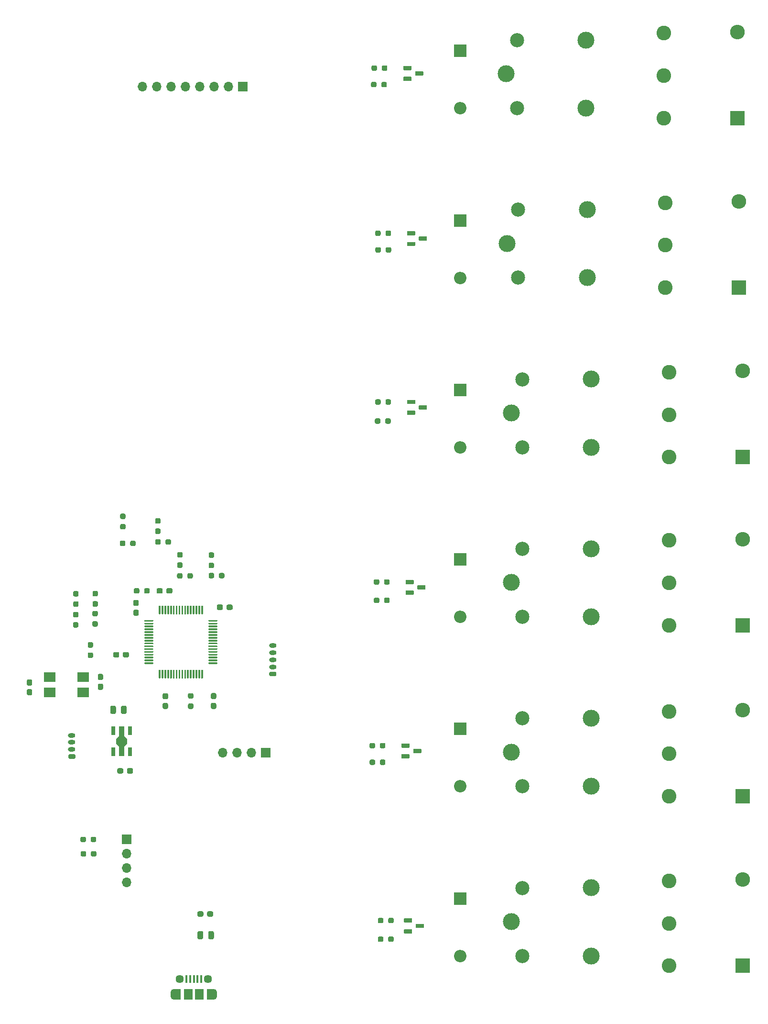
<source format=gbr>
%TF.GenerationSoftware,KiCad,Pcbnew,(5.1.10)-1*%
%TF.CreationDate,2021-08-19T16:33:58+09:00*%
%TF.ProjectId,ZeroGravity,5a65726f-4772-4617-9669-74792e6b6963,rev?*%
%TF.SameCoordinates,Original*%
%TF.FileFunction,Soldermask,Top*%
%TF.FilePolarity,Negative*%
%FSLAX46Y46*%
G04 Gerber Fmt 4.6, Leading zero omitted, Abs format (unit mm)*
G04 Created by KiCad (PCBNEW (5.1.10)-1) date 2021-08-19 16:33:58*
%MOMM*%
%LPD*%
G01*
G04 APERTURE LIST*
%ADD10O,1.700000X1.700000*%
%ADD11R,1.700000X1.700000*%
%ADD12C,2.500000*%
%ADD13C,3.000000*%
%ADD14C,2.600000*%
%ADD15O,2.600000X2.600000*%
%ADD16R,2.600000X2.600000*%
%ADD17R,2.200000X2.200000*%
%ADD18O,2.200000X2.200000*%
%ADD19R,2.100000X1.700000*%
%ADD20C,0.100000*%
%ADD21R,0.700000X1.500000*%
%ADD22R,1.200000X1.900000*%
%ADD23O,1.200000X1.900000*%
%ADD24R,1.500000X1.900000*%
%ADD25C,1.450000*%
%ADD26R,0.400000X1.350000*%
%ADD27O,1.300000X0.800000*%
G04 APERTURE END LIST*
%TO.C,R29*%
G36*
G01*
X47550000Y-153937500D02*
X47550000Y-153462500D01*
G75*
G02*
X47787500Y-153225000I237500J0D01*
G01*
X48287500Y-153225000D01*
G75*
G02*
X48525000Y-153462500I0J-237500D01*
G01*
X48525000Y-153937500D01*
G75*
G02*
X48287500Y-154175000I-237500J0D01*
G01*
X47787500Y-154175000D01*
G75*
G02*
X47550000Y-153937500I0J237500D01*
G01*
G37*
G36*
G01*
X45725000Y-153937500D02*
X45725000Y-153462500D01*
G75*
G02*
X45962500Y-153225000I237500J0D01*
G01*
X46462500Y-153225000D01*
G75*
G02*
X46700000Y-153462500I0J-237500D01*
G01*
X46700000Y-153937500D01*
G75*
G02*
X46462500Y-154175000I-237500J0D01*
G01*
X45962500Y-154175000D01*
G75*
G02*
X45725000Y-153937500I0J237500D01*
G01*
G37*
%TD*%
%TO.C,R28*%
G36*
G01*
X47500000Y-151387500D02*
X47500000Y-150912500D01*
G75*
G02*
X47737500Y-150675000I237500J0D01*
G01*
X48237500Y-150675000D01*
G75*
G02*
X48475000Y-150912500I0J-237500D01*
G01*
X48475000Y-151387500D01*
G75*
G02*
X48237500Y-151625000I-237500J0D01*
G01*
X47737500Y-151625000D01*
G75*
G02*
X47500000Y-151387500I0J237500D01*
G01*
G37*
G36*
G01*
X45675000Y-151387500D02*
X45675000Y-150912500D01*
G75*
G02*
X45912500Y-150675000I237500J0D01*
G01*
X46412500Y-150675000D01*
G75*
G02*
X46650000Y-150912500I0J-237500D01*
G01*
X46650000Y-151387500D01*
G75*
G02*
X46412500Y-151625000I-237500J0D01*
G01*
X45912500Y-151625000D01*
G75*
G02*
X45675000Y-151387500I0J237500D01*
G01*
G37*
%TD*%
D10*
%TO.C,J2*%
X53900000Y-158770000D03*
X53900000Y-156230000D03*
X53900000Y-153690000D03*
D11*
X53900000Y-151150000D03*
%TD*%
%TO.C,R27*%
G36*
G01*
X98987500Y-17837500D02*
X98987500Y-17362500D01*
G75*
G02*
X99225000Y-17125000I237500J0D01*
G01*
X99725000Y-17125000D01*
G75*
G02*
X99962500Y-17362500I0J-237500D01*
G01*
X99962500Y-17837500D01*
G75*
G02*
X99725000Y-18075000I-237500J0D01*
G01*
X99225000Y-18075000D01*
G75*
G02*
X98987500Y-17837500I0J237500D01*
G01*
G37*
G36*
G01*
X97162500Y-17837500D02*
X97162500Y-17362500D01*
G75*
G02*
X97400000Y-17125000I237500J0D01*
G01*
X97900000Y-17125000D01*
G75*
G02*
X98137500Y-17362500I0J-237500D01*
G01*
X98137500Y-17837500D01*
G75*
G02*
X97900000Y-18075000I-237500J0D01*
G01*
X97400000Y-18075000D01*
G75*
G02*
X97162500Y-17837500I0J237500D01*
G01*
G37*
%TD*%
%TO.C,R26*%
G36*
G01*
X99762500Y-47087500D02*
X99762500Y-46612500D01*
G75*
G02*
X100000000Y-46375000I237500J0D01*
G01*
X100500000Y-46375000D01*
G75*
G02*
X100737500Y-46612500I0J-237500D01*
G01*
X100737500Y-47087500D01*
G75*
G02*
X100500000Y-47325000I-237500J0D01*
G01*
X100000000Y-47325000D01*
G75*
G02*
X99762500Y-47087500I0J237500D01*
G01*
G37*
G36*
G01*
X97937500Y-47087500D02*
X97937500Y-46612500D01*
G75*
G02*
X98175000Y-46375000I237500J0D01*
G01*
X98675000Y-46375000D01*
G75*
G02*
X98912500Y-46612500I0J-237500D01*
G01*
X98912500Y-47087500D01*
G75*
G02*
X98675000Y-47325000I-237500J0D01*
G01*
X98175000Y-47325000D01*
G75*
G02*
X97937500Y-47087500I0J237500D01*
G01*
G37*
%TD*%
%TO.C,R25*%
G36*
G01*
X99500000Y-109087500D02*
X99500000Y-108612500D01*
G75*
G02*
X99737500Y-108375000I237500J0D01*
G01*
X100237500Y-108375000D01*
G75*
G02*
X100475000Y-108612500I0J-237500D01*
G01*
X100475000Y-109087500D01*
G75*
G02*
X100237500Y-109325000I-237500J0D01*
G01*
X99737500Y-109325000D01*
G75*
G02*
X99500000Y-109087500I0J237500D01*
G01*
G37*
G36*
G01*
X97675000Y-109087500D02*
X97675000Y-108612500D01*
G75*
G02*
X97912500Y-108375000I237500J0D01*
G01*
X98412500Y-108375000D01*
G75*
G02*
X98650000Y-108612500I0J-237500D01*
G01*
X98650000Y-109087500D01*
G75*
G02*
X98412500Y-109325000I-237500J0D01*
G01*
X97912500Y-109325000D01*
G75*
G02*
X97675000Y-109087500I0J237500D01*
G01*
G37*
%TD*%
%TO.C,R24*%
G36*
G01*
X99675000Y-77362500D02*
X99675000Y-76887500D01*
G75*
G02*
X99912500Y-76650000I237500J0D01*
G01*
X100412500Y-76650000D01*
G75*
G02*
X100650000Y-76887500I0J-237500D01*
G01*
X100650000Y-77362500D01*
G75*
G02*
X100412500Y-77600000I-237500J0D01*
G01*
X99912500Y-77600000D01*
G75*
G02*
X99675000Y-77362500I0J237500D01*
G01*
G37*
G36*
G01*
X97850000Y-77362500D02*
X97850000Y-76887500D01*
G75*
G02*
X98087500Y-76650000I237500J0D01*
G01*
X98587500Y-76650000D01*
G75*
G02*
X98825000Y-76887500I0J-237500D01*
G01*
X98825000Y-77362500D01*
G75*
G02*
X98587500Y-77600000I-237500J0D01*
G01*
X98087500Y-77600000D01*
G75*
G02*
X97850000Y-77362500I0J237500D01*
G01*
G37*
%TD*%
%TO.C,R23*%
G36*
G01*
X100206562Y-169051356D02*
X100206562Y-168576356D01*
G75*
G02*
X100444062Y-168338856I237500J0D01*
G01*
X100944062Y-168338856D01*
G75*
G02*
X101181562Y-168576356I0J-237500D01*
G01*
X101181562Y-169051356D01*
G75*
G02*
X100944062Y-169288856I-237500J0D01*
G01*
X100444062Y-169288856D01*
G75*
G02*
X100206562Y-169051356I0J237500D01*
G01*
G37*
G36*
G01*
X98381562Y-169051356D02*
X98381562Y-168576356D01*
G75*
G02*
X98619062Y-168338856I237500J0D01*
G01*
X99119062Y-168338856D01*
G75*
G02*
X99356562Y-168576356I0J-237500D01*
G01*
X99356562Y-169051356D01*
G75*
G02*
X99119062Y-169288856I-237500J0D01*
G01*
X98619062Y-169288856D01*
G75*
G02*
X98381562Y-169051356I0J237500D01*
G01*
G37*
%TD*%
%TO.C,R22*%
G36*
G01*
X98737500Y-137737500D02*
X98737500Y-137262500D01*
G75*
G02*
X98975000Y-137025000I237500J0D01*
G01*
X99475000Y-137025000D01*
G75*
G02*
X99712500Y-137262500I0J-237500D01*
G01*
X99712500Y-137737500D01*
G75*
G02*
X99475000Y-137975000I-237500J0D01*
G01*
X98975000Y-137975000D01*
G75*
G02*
X98737500Y-137737500I0J237500D01*
G01*
G37*
G36*
G01*
X96912500Y-137737500D02*
X96912500Y-137262500D01*
G75*
G02*
X97150000Y-137025000I237500J0D01*
G01*
X97650000Y-137025000D01*
G75*
G02*
X97887500Y-137262500I0J-237500D01*
G01*
X97887500Y-137737500D01*
G75*
G02*
X97650000Y-137975000I-237500J0D01*
G01*
X97150000Y-137975000D01*
G75*
G02*
X96912500Y-137737500I0J237500D01*
G01*
G37*
%TD*%
D12*
%TO.C,K3*%
X123950000Y-111750000D03*
D13*
X136150000Y-111750000D03*
X136200000Y-99700000D03*
D12*
X123950000Y-99750000D03*
D13*
X122000000Y-105700000D03*
%TD*%
D12*
%TO.C,K2*%
X123950000Y-141750000D03*
D13*
X136150000Y-141750000D03*
X136200000Y-129700000D03*
D12*
X123950000Y-129750000D03*
D13*
X122000000Y-135700000D03*
%TD*%
D14*
%TO.C,SW2*%
X150000000Y-173500000D03*
X150000000Y-158500000D03*
X150000000Y-166000000D03*
%TD*%
D10*
%TO.C,J5*%
X70910000Y-135775000D03*
X73450000Y-135775000D03*
X75990000Y-135775000D03*
D11*
X78530000Y-135775000D03*
%TD*%
%TO.C,U1*%
G36*
G01*
X59575000Y-111250000D02*
X59575000Y-109850000D01*
G75*
G02*
X59650000Y-109775000I75000J0D01*
G01*
X59800000Y-109775000D01*
G75*
G02*
X59875000Y-109850000I0J-75000D01*
G01*
X59875000Y-111250000D01*
G75*
G02*
X59800000Y-111325000I-75000J0D01*
G01*
X59650000Y-111325000D01*
G75*
G02*
X59575000Y-111250000I0J75000D01*
G01*
G37*
G36*
G01*
X60075000Y-111250000D02*
X60075000Y-109850000D01*
G75*
G02*
X60150000Y-109775000I75000J0D01*
G01*
X60300000Y-109775000D01*
G75*
G02*
X60375000Y-109850000I0J-75000D01*
G01*
X60375000Y-111250000D01*
G75*
G02*
X60300000Y-111325000I-75000J0D01*
G01*
X60150000Y-111325000D01*
G75*
G02*
X60075000Y-111250000I0J75000D01*
G01*
G37*
G36*
G01*
X60575000Y-111250000D02*
X60575000Y-109850000D01*
G75*
G02*
X60650000Y-109775000I75000J0D01*
G01*
X60800000Y-109775000D01*
G75*
G02*
X60875000Y-109850000I0J-75000D01*
G01*
X60875000Y-111250000D01*
G75*
G02*
X60800000Y-111325000I-75000J0D01*
G01*
X60650000Y-111325000D01*
G75*
G02*
X60575000Y-111250000I0J75000D01*
G01*
G37*
G36*
G01*
X61075000Y-111250000D02*
X61075000Y-109850000D01*
G75*
G02*
X61150000Y-109775000I75000J0D01*
G01*
X61300000Y-109775000D01*
G75*
G02*
X61375000Y-109850000I0J-75000D01*
G01*
X61375000Y-111250000D01*
G75*
G02*
X61300000Y-111325000I-75000J0D01*
G01*
X61150000Y-111325000D01*
G75*
G02*
X61075000Y-111250000I0J75000D01*
G01*
G37*
G36*
G01*
X61575000Y-111250000D02*
X61575000Y-109850000D01*
G75*
G02*
X61650000Y-109775000I75000J0D01*
G01*
X61800000Y-109775000D01*
G75*
G02*
X61875000Y-109850000I0J-75000D01*
G01*
X61875000Y-111250000D01*
G75*
G02*
X61800000Y-111325000I-75000J0D01*
G01*
X61650000Y-111325000D01*
G75*
G02*
X61575000Y-111250000I0J75000D01*
G01*
G37*
G36*
G01*
X62075000Y-111250000D02*
X62075000Y-109850000D01*
G75*
G02*
X62150000Y-109775000I75000J0D01*
G01*
X62300000Y-109775000D01*
G75*
G02*
X62375000Y-109850000I0J-75000D01*
G01*
X62375000Y-111250000D01*
G75*
G02*
X62300000Y-111325000I-75000J0D01*
G01*
X62150000Y-111325000D01*
G75*
G02*
X62075000Y-111250000I0J75000D01*
G01*
G37*
G36*
G01*
X62575000Y-111250000D02*
X62575000Y-109850000D01*
G75*
G02*
X62650000Y-109775000I75000J0D01*
G01*
X62800000Y-109775000D01*
G75*
G02*
X62875000Y-109850000I0J-75000D01*
G01*
X62875000Y-111250000D01*
G75*
G02*
X62800000Y-111325000I-75000J0D01*
G01*
X62650000Y-111325000D01*
G75*
G02*
X62575000Y-111250000I0J75000D01*
G01*
G37*
G36*
G01*
X63075000Y-111250000D02*
X63075000Y-109850000D01*
G75*
G02*
X63150000Y-109775000I75000J0D01*
G01*
X63300000Y-109775000D01*
G75*
G02*
X63375000Y-109850000I0J-75000D01*
G01*
X63375000Y-111250000D01*
G75*
G02*
X63300000Y-111325000I-75000J0D01*
G01*
X63150000Y-111325000D01*
G75*
G02*
X63075000Y-111250000I0J75000D01*
G01*
G37*
G36*
G01*
X63575000Y-111250000D02*
X63575000Y-109850000D01*
G75*
G02*
X63650000Y-109775000I75000J0D01*
G01*
X63800000Y-109775000D01*
G75*
G02*
X63875000Y-109850000I0J-75000D01*
G01*
X63875000Y-111250000D01*
G75*
G02*
X63800000Y-111325000I-75000J0D01*
G01*
X63650000Y-111325000D01*
G75*
G02*
X63575000Y-111250000I0J75000D01*
G01*
G37*
G36*
G01*
X64075000Y-111250000D02*
X64075000Y-109850000D01*
G75*
G02*
X64150000Y-109775000I75000J0D01*
G01*
X64300000Y-109775000D01*
G75*
G02*
X64375000Y-109850000I0J-75000D01*
G01*
X64375000Y-111250000D01*
G75*
G02*
X64300000Y-111325000I-75000J0D01*
G01*
X64150000Y-111325000D01*
G75*
G02*
X64075000Y-111250000I0J75000D01*
G01*
G37*
G36*
G01*
X64575000Y-111250000D02*
X64575000Y-109850000D01*
G75*
G02*
X64650000Y-109775000I75000J0D01*
G01*
X64800000Y-109775000D01*
G75*
G02*
X64875000Y-109850000I0J-75000D01*
G01*
X64875000Y-111250000D01*
G75*
G02*
X64800000Y-111325000I-75000J0D01*
G01*
X64650000Y-111325000D01*
G75*
G02*
X64575000Y-111250000I0J75000D01*
G01*
G37*
G36*
G01*
X65075000Y-111250000D02*
X65075000Y-109850000D01*
G75*
G02*
X65150000Y-109775000I75000J0D01*
G01*
X65300000Y-109775000D01*
G75*
G02*
X65375000Y-109850000I0J-75000D01*
G01*
X65375000Y-111250000D01*
G75*
G02*
X65300000Y-111325000I-75000J0D01*
G01*
X65150000Y-111325000D01*
G75*
G02*
X65075000Y-111250000I0J75000D01*
G01*
G37*
G36*
G01*
X65575000Y-111250000D02*
X65575000Y-109850000D01*
G75*
G02*
X65650000Y-109775000I75000J0D01*
G01*
X65800000Y-109775000D01*
G75*
G02*
X65875000Y-109850000I0J-75000D01*
G01*
X65875000Y-111250000D01*
G75*
G02*
X65800000Y-111325000I-75000J0D01*
G01*
X65650000Y-111325000D01*
G75*
G02*
X65575000Y-111250000I0J75000D01*
G01*
G37*
G36*
G01*
X66075000Y-111250000D02*
X66075000Y-109850000D01*
G75*
G02*
X66150000Y-109775000I75000J0D01*
G01*
X66300000Y-109775000D01*
G75*
G02*
X66375000Y-109850000I0J-75000D01*
G01*
X66375000Y-111250000D01*
G75*
G02*
X66300000Y-111325000I-75000J0D01*
G01*
X66150000Y-111325000D01*
G75*
G02*
X66075000Y-111250000I0J75000D01*
G01*
G37*
G36*
G01*
X66575000Y-111250000D02*
X66575000Y-109850000D01*
G75*
G02*
X66650000Y-109775000I75000J0D01*
G01*
X66800000Y-109775000D01*
G75*
G02*
X66875000Y-109850000I0J-75000D01*
G01*
X66875000Y-111250000D01*
G75*
G02*
X66800000Y-111325000I-75000J0D01*
G01*
X66650000Y-111325000D01*
G75*
G02*
X66575000Y-111250000I0J75000D01*
G01*
G37*
G36*
G01*
X67075000Y-111250000D02*
X67075000Y-109850000D01*
G75*
G02*
X67150000Y-109775000I75000J0D01*
G01*
X67300000Y-109775000D01*
G75*
G02*
X67375000Y-109850000I0J-75000D01*
G01*
X67375000Y-111250000D01*
G75*
G02*
X67300000Y-111325000I-75000J0D01*
G01*
X67150000Y-111325000D01*
G75*
G02*
X67075000Y-111250000I0J75000D01*
G01*
G37*
G36*
G01*
X68375000Y-112550000D02*
X68375000Y-112400000D01*
G75*
G02*
X68450000Y-112325000I75000J0D01*
G01*
X69850000Y-112325000D01*
G75*
G02*
X69925000Y-112400000I0J-75000D01*
G01*
X69925000Y-112550000D01*
G75*
G02*
X69850000Y-112625000I-75000J0D01*
G01*
X68450000Y-112625000D01*
G75*
G02*
X68375000Y-112550000I0J75000D01*
G01*
G37*
G36*
G01*
X68375000Y-113050000D02*
X68375000Y-112900000D01*
G75*
G02*
X68450000Y-112825000I75000J0D01*
G01*
X69850000Y-112825000D01*
G75*
G02*
X69925000Y-112900000I0J-75000D01*
G01*
X69925000Y-113050000D01*
G75*
G02*
X69850000Y-113125000I-75000J0D01*
G01*
X68450000Y-113125000D01*
G75*
G02*
X68375000Y-113050000I0J75000D01*
G01*
G37*
G36*
G01*
X68375000Y-113550000D02*
X68375000Y-113400000D01*
G75*
G02*
X68450000Y-113325000I75000J0D01*
G01*
X69850000Y-113325000D01*
G75*
G02*
X69925000Y-113400000I0J-75000D01*
G01*
X69925000Y-113550000D01*
G75*
G02*
X69850000Y-113625000I-75000J0D01*
G01*
X68450000Y-113625000D01*
G75*
G02*
X68375000Y-113550000I0J75000D01*
G01*
G37*
G36*
G01*
X68375000Y-114050000D02*
X68375000Y-113900000D01*
G75*
G02*
X68450000Y-113825000I75000J0D01*
G01*
X69850000Y-113825000D01*
G75*
G02*
X69925000Y-113900000I0J-75000D01*
G01*
X69925000Y-114050000D01*
G75*
G02*
X69850000Y-114125000I-75000J0D01*
G01*
X68450000Y-114125000D01*
G75*
G02*
X68375000Y-114050000I0J75000D01*
G01*
G37*
G36*
G01*
X68375000Y-114550000D02*
X68375000Y-114400000D01*
G75*
G02*
X68450000Y-114325000I75000J0D01*
G01*
X69850000Y-114325000D01*
G75*
G02*
X69925000Y-114400000I0J-75000D01*
G01*
X69925000Y-114550000D01*
G75*
G02*
X69850000Y-114625000I-75000J0D01*
G01*
X68450000Y-114625000D01*
G75*
G02*
X68375000Y-114550000I0J75000D01*
G01*
G37*
G36*
G01*
X68375000Y-115050000D02*
X68375000Y-114900000D01*
G75*
G02*
X68450000Y-114825000I75000J0D01*
G01*
X69850000Y-114825000D01*
G75*
G02*
X69925000Y-114900000I0J-75000D01*
G01*
X69925000Y-115050000D01*
G75*
G02*
X69850000Y-115125000I-75000J0D01*
G01*
X68450000Y-115125000D01*
G75*
G02*
X68375000Y-115050000I0J75000D01*
G01*
G37*
G36*
G01*
X68375000Y-115550000D02*
X68375000Y-115400000D01*
G75*
G02*
X68450000Y-115325000I75000J0D01*
G01*
X69850000Y-115325000D01*
G75*
G02*
X69925000Y-115400000I0J-75000D01*
G01*
X69925000Y-115550000D01*
G75*
G02*
X69850000Y-115625000I-75000J0D01*
G01*
X68450000Y-115625000D01*
G75*
G02*
X68375000Y-115550000I0J75000D01*
G01*
G37*
G36*
G01*
X68375000Y-116050000D02*
X68375000Y-115900000D01*
G75*
G02*
X68450000Y-115825000I75000J0D01*
G01*
X69850000Y-115825000D01*
G75*
G02*
X69925000Y-115900000I0J-75000D01*
G01*
X69925000Y-116050000D01*
G75*
G02*
X69850000Y-116125000I-75000J0D01*
G01*
X68450000Y-116125000D01*
G75*
G02*
X68375000Y-116050000I0J75000D01*
G01*
G37*
G36*
G01*
X68375000Y-116550000D02*
X68375000Y-116400000D01*
G75*
G02*
X68450000Y-116325000I75000J0D01*
G01*
X69850000Y-116325000D01*
G75*
G02*
X69925000Y-116400000I0J-75000D01*
G01*
X69925000Y-116550000D01*
G75*
G02*
X69850000Y-116625000I-75000J0D01*
G01*
X68450000Y-116625000D01*
G75*
G02*
X68375000Y-116550000I0J75000D01*
G01*
G37*
G36*
G01*
X68375000Y-117050000D02*
X68375000Y-116900000D01*
G75*
G02*
X68450000Y-116825000I75000J0D01*
G01*
X69850000Y-116825000D01*
G75*
G02*
X69925000Y-116900000I0J-75000D01*
G01*
X69925000Y-117050000D01*
G75*
G02*
X69850000Y-117125000I-75000J0D01*
G01*
X68450000Y-117125000D01*
G75*
G02*
X68375000Y-117050000I0J75000D01*
G01*
G37*
G36*
G01*
X68375000Y-117550000D02*
X68375000Y-117400000D01*
G75*
G02*
X68450000Y-117325000I75000J0D01*
G01*
X69850000Y-117325000D01*
G75*
G02*
X69925000Y-117400000I0J-75000D01*
G01*
X69925000Y-117550000D01*
G75*
G02*
X69850000Y-117625000I-75000J0D01*
G01*
X68450000Y-117625000D01*
G75*
G02*
X68375000Y-117550000I0J75000D01*
G01*
G37*
G36*
G01*
X68375000Y-118050000D02*
X68375000Y-117900000D01*
G75*
G02*
X68450000Y-117825000I75000J0D01*
G01*
X69850000Y-117825000D01*
G75*
G02*
X69925000Y-117900000I0J-75000D01*
G01*
X69925000Y-118050000D01*
G75*
G02*
X69850000Y-118125000I-75000J0D01*
G01*
X68450000Y-118125000D01*
G75*
G02*
X68375000Y-118050000I0J75000D01*
G01*
G37*
G36*
G01*
X68375000Y-118550000D02*
X68375000Y-118400000D01*
G75*
G02*
X68450000Y-118325000I75000J0D01*
G01*
X69850000Y-118325000D01*
G75*
G02*
X69925000Y-118400000I0J-75000D01*
G01*
X69925000Y-118550000D01*
G75*
G02*
X69850000Y-118625000I-75000J0D01*
G01*
X68450000Y-118625000D01*
G75*
G02*
X68375000Y-118550000I0J75000D01*
G01*
G37*
G36*
G01*
X68375000Y-119050000D02*
X68375000Y-118900000D01*
G75*
G02*
X68450000Y-118825000I75000J0D01*
G01*
X69850000Y-118825000D01*
G75*
G02*
X69925000Y-118900000I0J-75000D01*
G01*
X69925000Y-119050000D01*
G75*
G02*
X69850000Y-119125000I-75000J0D01*
G01*
X68450000Y-119125000D01*
G75*
G02*
X68375000Y-119050000I0J75000D01*
G01*
G37*
G36*
G01*
X68375000Y-119550000D02*
X68375000Y-119400000D01*
G75*
G02*
X68450000Y-119325000I75000J0D01*
G01*
X69850000Y-119325000D01*
G75*
G02*
X69925000Y-119400000I0J-75000D01*
G01*
X69925000Y-119550000D01*
G75*
G02*
X69850000Y-119625000I-75000J0D01*
G01*
X68450000Y-119625000D01*
G75*
G02*
X68375000Y-119550000I0J75000D01*
G01*
G37*
G36*
G01*
X68375000Y-120050000D02*
X68375000Y-119900000D01*
G75*
G02*
X68450000Y-119825000I75000J0D01*
G01*
X69850000Y-119825000D01*
G75*
G02*
X69925000Y-119900000I0J-75000D01*
G01*
X69925000Y-120050000D01*
G75*
G02*
X69850000Y-120125000I-75000J0D01*
G01*
X68450000Y-120125000D01*
G75*
G02*
X68375000Y-120050000I0J75000D01*
G01*
G37*
G36*
G01*
X67075000Y-122600000D02*
X67075000Y-121200000D01*
G75*
G02*
X67150000Y-121125000I75000J0D01*
G01*
X67300000Y-121125000D01*
G75*
G02*
X67375000Y-121200000I0J-75000D01*
G01*
X67375000Y-122600000D01*
G75*
G02*
X67300000Y-122675000I-75000J0D01*
G01*
X67150000Y-122675000D01*
G75*
G02*
X67075000Y-122600000I0J75000D01*
G01*
G37*
G36*
G01*
X66575000Y-122600000D02*
X66575000Y-121200000D01*
G75*
G02*
X66650000Y-121125000I75000J0D01*
G01*
X66800000Y-121125000D01*
G75*
G02*
X66875000Y-121200000I0J-75000D01*
G01*
X66875000Y-122600000D01*
G75*
G02*
X66800000Y-122675000I-75000J0D01*
G01*
X66650000Y-122675000D01*
G75*
G02*
X66575000Y-122600000I0J75000D01*
G01*
G37*
G36*
G01*
X66075000Y-122600000D02*
X66075000Y-121200000D01*
G75*
G02*
X66150000Y-121125000I75000J0D01*
G01*
X66300000Y-121125000D01*
G75*
G02*
X66375000Y-121200000I0J-75000D01*
G01*
X66375000Y-122600000D01*
G75*
G02*
X66300000Y-122675000I-75000J0D01*
G01*
X66150000Y-122675000D01*
G75*
G02*
X66075000Y-122600000I0J75000D01*
G01*
G37*
G36*
G01*
X65575000Y-122600000D02*
X65575000Y-121200000D01*
G75*
G02*
X65650000Y-121125000I75000J0D01*
G01*
X65800000Y-121125000D01*
G75*
G02*
X65875000Y-121200000I0J-75000D01*
G01*
X65875000Y-122600000D01*
G75*
G02*
X65800000Y-122675000I-75000J0D01*
G01*
X65650000Y-122675000D01*
G75*
G02*
X65575000Y-122600000I0J75000D01*
G01*
G37*
G36*
G01*
X65075000Y-122600000D02*
X65075000Y-121200000D01*
G75*
G02*
X65150000Y-121125000I75000J0D01*
G01*
X65300000Y-121125000D01*
G75*
G02*
X65375000Y-121200000I0J-75000D01*
G01*
X65375000Y-122600000D01*
G75*
G02*
X65300000Y-122675000I-75000J0D01*
G01*
X65150000Y-122675000D01*
G75*
G02*
X65075000Y-122600000I0J75000D01*
G01*
G37*
G36*
G01*
X64575000Y-122600000D02*
X64575000Y-121200000D01*
G75*
G02*
X64650000Y-121125000I75000J0D01*
G01*
X64800000Y-121125000D01*
G75*
G02*
X64875000Y-121200000I0J-75000D01*
G01*
X64875000Y-122600000D01*
G75*
G02*
X64800000Y-122675000I-75000J0D01*
G01*
X64650000Y-122675000D01*
G75*
G02*
X64575000Y-122600000I0J75000D01*
G01*
G37*
G36*
G01*
X64075000Y-122600000D02*
X64075000Y-121200000D01*
G75*
G02*
X64150000Y-121125000I75000J0D01*
G01*
X64300000Y-121125000D01*
G75*
G02*
X64375000Y-121200000I0J-75000D01*
G01*
X64375000Y-122600000D01*
G75*
G02*
X64300000Y-122675000I-75000J0D01*
G01*
X64150000Y-122675000D01*
G75*
G02*
X64075000Y-122600000I0J75000D01*
G01*
G37*
G36*
G01*
X63575000Y-122600000D02*
X63575000Y-121200000D01*
G75*
G02*
X63650000Y-121125000I75000J0D01*
G01*
X63800000Y-121125000D01*
G75*
G02*
X63875000Y-121200000I0J-75000D01*
G01*
X63875000Y-122600000D01*
G75*
G02*
X63800000Y-122675000I-75000J0D01*
G01*
X63650000Y-122675000D01*
G75*
G02*
X63575000Y-122600000I0J75000D01*
G01*
G37*
G36*
G01*
X63075000Y-122600000D02*
X63075000Y-121200000D01*
G75*
G02*
X63150000Y-121125000I75000J0D01*
G01*
X63300000Y-121125000D01*
G75*
G02*
X63375000Y-121200000I0J-75000D01*
G01*
X63375000Y-122600000D01*
G75*
G02*
X63300000Y-122675000I-75000J0D01*
G01*
X63150000Y-122675000D01*
G75*
G02*
X63075000Y-122600000I0J75000D01*
G01*
G37*
G36*
G01*
X62575000Y-122600000D02*
X62575000Y-121200000D01*
G75*
G02*
X62650000Y-121125000I75000J0D01*
G01*
X62800000Y-121125000D01*
G75*
G02*
X62875000Y-121200000I0J-75000D01*
G01*
X62875000Y-122600000D01*
G75*
G02*
X62800000Y-122675000I-75000J0D01*
G01*
X62650000Y-122675000D01*
G75*
G02*
X62575000Y-122600000I0J75000D01*
G01*
G37*
G36*
G01*
X62075000Y-122600000D02*
X62075000Y-121200000D01*
G75*
G02*
X62150000Y-121125000I75000J0D01*
G01*
X62300000Y-121125000D01*
G75*
G02*
X62375000Y-121200000I0J-75000D01*
G01*
X62375000Y-122600000D01*
G75*
G02*
X62300000Y-122675000I-75000J0D01*
G01*
X62150000Y-122675000D01*
G75*
G02*
X62075000Y-122600000I0J75000D01*
G01*
G37*
G36*
G01*
X61575000Y-122600000D02*
X61575000Y-121200000D01*
G75*
G02*
X61650000Y-121125000I75000J0D01*
G01*
X61800000Y-121125000D01*
G75*
G02*
X61875000Y-121200000I0J-75000D01*
G01*
X61875000Y-122600000D01*
G75*
G02*
X61800000Y-122675000I-75000J0D01*
G01*
X61650000Y-122675000D01*
G75*
G02*
X61575000Y-122600000I0J75000D01*
G01*
G37*
G36*
G01*
X61075000Y-122600000D02*
X61075000Y-121200000D01*
G75*
G02*
X61150000Y-121125000I75000J0D01*
G01*
X61300000Y-121125000D01*
G75*
G02*
X61375000Y-121200000I0J-75000D01*
G01*
X61375000Y-122600000D01*
G75*
G02*
X61300000Y-122675000I-75000J0D01*
G01*
X61150000Y-122675000D01*
G75*
G02*
X61075000Y-122600000I0J75000D01*
G01*
G37*
G36*
G01*
X60575000Y-122600000D02*
X60575000Y-121200000D01*
G75*
G02*
X60650000Y-121125000I75000J0D01*
G01*
X60800000Y-121125000D01*
G75*
G02*
X60875000Y-121200000I0J-75000D01*
G01*
X60875000Y-122600000D01*
G75*
G02*
X60800000Y-122675000I-75000J0D01*
G01*
X60650000Y-122675000D01*
G75*
G02*
X60575000Y-122600000I0J75000D01*
G01*
G37*
G36*
G01*
X60075000Y-122600000D02*
X60075000Y-121200000D01*
G75*
G02*
X60150000Y-121125000I75000J0D01*
G01*
X60300000Y-121125000D01*
G75*
G02*
X60375000Y-121200000I0J-75000D01*
G01*
X60375000Y-122600000D01*
G75*
G02*
X60300000Y-122675000I-75000J0D01*
G01*
X60150000Y-122675000D01*
G75*
G02*
X60075000Y-122600000I0J75000D01*
G01*
G37*
G36*
G01*
X59575000Y-122600000D02*
X59575000Y-121200000D01*
G75*
G02*
X59650000Y-121125000I75000J0D01*
G01*
X59800000Y-121125000D01*
G75*
G02*
X59875000Y-121200000I0J-75000D01*
G01*
X59875000Y-122600000D01*
G75*
G02*
X59800000Y-122675000I-75000J0D01*
G01*
X59650000Y-122675000D01*
G75*
G02*
X59575000Y-122600000I0J75000D01*
G01*
G37*
G36*
G01*
X57025000Y-120050000D02*
X57025000Y-119900000D01*
G75*
G02*
X57100000Y-119825000I75000J0D01*
G01*
X58500000Y-119825000D01*
G75*
G02*
X58575000Y-119900000I0J-75000D01*
G01*
X58575000Y-120050000D01*
G75*
G02*
X58500000Y-120125000I-75000J0D01*
G01*
X57100000Y-120125000D01*
G75*
G02*
X57025000Y-120050000I0J75000D01*
G01*
G37*
G36*
G01*
X57025000Y-119550000D02*
X57025000Y-119400000D01*
G75*
G02*
X57100000Y-119325000I75000J0D01*
G01*
X58500000Y-119325000D01*
G75*
G02*
X58575000Y-119400000I0J-75000D01*
G01*
X58575000Y-119550000D01*
G75*
G02*
X58500000Y-119625000I-75000J0D01*
G01*
X57100000Y-119625000D01*
G75*
G02*
X57025000Y-119550000I0J75000D01*
G01*
G37*
G36*
G01*
X57025000Y-119050000D02*
X57025000Y-118900000D01*
G75*
G02*
X57100000Y-118825000I75000J0D01*
G01*
X58500000Y-118825000D01*
G75*
G02*
X58575000Y-118900000I0J-75000D01*
G01*
X58575000Y-119050000D01*
G75*
G02*
X58500000Y-119125000I-75000J0D01*
G01*
X57100000Y-119125000D01*
G75*
G02*
X57025000Y-119050000I0J75000D01*
G01*
G37*
G36*
G01*
X57025000Y-118550000D02*
X57025000Y-118400000D01*
G75*
G02*
X57100000Y-118325000I75000J0D01*
G01*
X58500000Y-118325000D01*
G75*
G02*
X58575000Y-118400000I0J-75000D01*
G01*
X58575000Y-118550000D01*
G75*
G02*
X58500000Y-118625000I-75000J0D01*
G01*
X57100000Y-118625000D01*
G75*
G02*
X57025000Y-118550000I0J75000D01*
G01*
G37*
G36*
G01*
X57025000Y-118050000D02*
X57025000Y-117900000D01*
G75*
G02*
X57100000Y-117825000I75000J0D01*
G01*
X58500000Y-117825000D01*
G75*
G02*
X58575000Y-117900000I0J-75000D01*
G01*
X58575000Y-118050000D01*
G75*
G02*
X58500000Y-118125000I-75000J0D01*
G01*
X57100000Y-118125000D01*
G75*
G02*
X57025000Y-118050000I0J75000D01*
G01*
G37*
G36*
G01*
X57025000Y-117550000D02*
X57025000Y-117400000D01*
G75*
G02*
X57100000Y-117325000I75000J0D01*
G01*
X58500000Y-117325000D01*
G75*
G02*
X58575000Y-117400000I0J-75000D01*
G01*
X58575000Y-117550000D01*
G75*
G02*
X58500000Y-117625000I-75000J0D01*
G01*
X57100000Y-117625000D01*
G75*
G02*
X57025000Y-117550000I0J75000D01*
G01*
G37*
G36*
G01*
X57025000Y-117050000D02*
X57025000Y-116900000D01*
G75*
G02*
X57100000Y-116825000I75000J0D01*
G01*
X58500000Y-116825000D01*
G75*
G02*
X58575000Y-116900000I0J-75000D01*
G01*
X58575000Y-117050000D01*
G75*
G02*
X58500000Y-117125000I-75000J0D01*
G01*
X57100000Y-117125000D01*
G75*
G02*
X57025000Y-117050000I0J75000D01*
G01*
G37*
G36*
G01*
X57025000Y-116550000D02*
X57025000Y-116400000D01*
G75*
G02*
X57100000Y-116325000I75000J0D01*
G01*
X58500000Y-116325000D01*
G75*
G02*
X58575000Y-116400000I0J-75000D01*
G01*
X58575000Y-116550000D01*
G75*
G02*
X58500000Y-116625000I-75000J0D01*
G01*
X57100000Y-116625000D01*
G75*
G02*
X57025000Y-116550000I0J75000D01*
G01*
G37*
G36*
G01*
X57025000Y-116050000D02*
X57025000Y-115900000D01*
G75*
G02*
X57100000Y-115825000I75000J0D01*
G01*
X58500000Y-115825000D01*
G75*
G02*
X58575000Y-115900000I0J-75000D01*
G01*
X58575000Y-116050000D01*
G75*
G02*
X58500000Y-116125000I-75000J0D01*
G01*
X57100000Y-116125000D01*
G75*
G02*
X57025000Y-116050000I0J75000D01*
G01*
G37*
G36*
G01*
X57025000Y-115550000D02*
X57025000Y-115400000D01*
G75*
G02*
X57100000Y-115325000I75000J0D01*
G01*
X58500000Y-115325000D01*
G75*
G02*
X58575000Y-115400000I0J-75000D01*
G01*
X58575000Y-115550000D01*
G75*
G02*
X58500000Y-115625000I-75000J0D01*
G01*
X57100000Y-115625000D01*
G75*
G02*
X57025000Y-115550000I0J75000D01*
G01*
G37*
G36*
G01*
X57025000Y-115050000D02*
X57025000Y-114900000D01*
G75*
G02*
X57100000Y-114825000I75000J0D01*
G01*
X58500000Y-114825000D01*
G75*
G02*
X58575000Y-114900000I0J-75000D01*
G01*
X58575000Y-115050000D01*
G75*
G02*
X58500000Y-115125000I-75000J0D01*
G01*
X57100000Y-115125000D01*
G75*
G02*
X57025000Y-115050000I0J75000D01*
G01*
G37*
G36*
G01*
X57025000Y-114550000D02*
X57025000Y-114400000D01*
G75*
G02*
X57100000Y-114325000I75000J0D01*
G01*
X58500000Y-114325000D01*
G75*
G02*
X58575000Y-114400000I0J-75000D01*
G01*
X58575000Y-114550000D01*
G75*
G02*
X58500000Y-114625000I-75000J0D01*
G01*
X57100000Y-114625000D01*
G75*
G02*
X57025000Y-114550000I0J75000D01*
G01*
G37*
G36*
G01*
X57025000Y-114050000D02*
X57025000Y-113900000D01*
G75*
G02*
X57100000Y-113825000I75000J0D01*
G01*
X58500000Y-113825000D01*
G75*
G02*
X58575000Y-113900000I0J-75000D01*
G01*
X58575000Y-114050000D01*
G75*
G02*
X58500000Y-114125000I-75000J0D01*
G01*
X57100000Y-114125000D01*
G75*
G02*
X57025000Y-114050000I0J75000D01*
G01*
G37*
G36*
G01*
X57025000Y-113550000D02*
X57025000Y-113400000D01*
G75*
G02*
X57100000Y-113325000I75000J0D01*
G01*
X58500000Y-113325000D01*
G75*
G02*
X58575000Y-113400000I0J-75000D01*
G01*
X58575000Y-113550000D01*
G75*
G02*
X58500000Y-113625000I-75000J0D01*
G01*
X57100000Y-113625000D01*
G75*
G02*
X57025000Y-113550000I0J75000D01*
G01*
G37*
G36*
G01*
X57025000Y-113050000D02*
X57025000Y-112900000D01*
G75*
G02*
X57100000Y-112825000I75000J0D01*
G01*
X58500000Y-112825000D01*
G75*
G02*
X58575000Y-112900000I0J-75000D01*
G01*
X58575000Y-113050000D01*
G75*
G02*
X58500000Y-113125000I-75000J0D01*
G01*
X57100000Y-113125000D01*
G75*
G02*
X57025000Y-113050000I0J75000D01*
G01*
G37*
G36*
G01*
X57025000Y-112550000D02*
X57025000Y-112400000D01*
G75*
G02*
X57100000Y-112325000I75000J0D01*
G01*
X58500000Y-112325000D01*
G75*
G02*
X58575000Y-112400000I0J-75000D01*
G01*
X58575000Y-112550000D01*
G75*
G02*
X58500000Y-112625000I-75000J0D01*
G01*
X57100000Y-112625000D01*
G75*
G02*
X57025000Y-112550000I0J75000D01*
G01*
G37*
%TD*%
D12*
%TO.C,K1*%
X123950000Y-171750000D03*
D13*
X136150000Y-171750000D03*
X136200000Y-159700000D03*
D12*
X123950000Y-159750000D03*
D13*
X122000000Y-165700000D03*
%TD*%
%TO.C,R21*%
G36*
G01*
X48037500Y-112540000D02*
X48512500Y-112540000D01*
G75*
G02*
X48750000Y-112777500I0J-237500D01*
G01*
X48750000Y-113277500D01*
G75*
G02*
X48512500Y-113515000I-237500J0D01*
G01*
X48037500Y-113515000D01*
G75*
G02*
X47800000Y-113277500I0J237500D01*
G01*
X47800000Y-112777500D01*
G75*
G02*
X48037500Y-112540000I237500J0D01*
G01*
G37*
G36*
G01*
X48037500Y-110715000D02*
X48512500Y-110715000D01*
G75*
G02*
X48750000Y-110952500I0J-237500D01*
G01*
X48750000Y-111452500D01*
G75*
G02*
X48512500Y-111690000I-237500J0D01*
G01*
X48037500Y-111690000D01*
G75*
G02*
X47800000Y-111452500I0J237500D01*
G01*
X47800000Y-110952500D01*
G75*
G02*
X48037500Y-110715000I237500J0D01*
G01*
G37*
%TD*%
%TO.C,R20*%
G36*
G01*
X48062500Y-109000000D02*
X48537500Y-109000000D01*
G75*
G02*
X48775000Y-109237500I0J-237500D01*
G01*
X48775000Y-109737500D01*
G75*
G02*
X48537500Y-109975000I-237500J0D01*
G01*
X48062500Y-109975000D01*
G75*
G02*
X47825000Y-109737500I0J237500D01*
G01*
X47825000Y-109237500D01*
G75*
G02*
X48062500Y-109000000I237500J0D01*
G01*
G37*
G36*
G01*
X48062500Y-107175000D02*
X48537500Y-107175000D01*
G75*
G02*
X48775000Y-107412500I0J-237500D01*
G01*
X48775000Y-107912500D01*
G75*
G02*
X48537500Y-108150000I-237500J0D01*
G01*
X48062500Y-108150000D01*
G75*
G02*
X47825000Y-107912500I0J237500D01*
G01*
X47825000Y-107412500D01*
G75*
G02*
X48062500Y-107175000I237500J0D01*
G01*
G37*
%TD*%
%TO.C,R19*%
G36*
G01*
X44612500Y-112700000D02*
X45087500Y-112700000D01*
G75*
G02*
X45325000Y-112937500I0J-237500D01*
G01*
X45325000Y-113437500D01*
G75*
G02*
X45087500Y-113675000I-237500J0D01*
G01*
X44612500Y-113675000D01*
G75*
G02*
X44375000Y-113437500I0J237500D01*
G01*
X44375000Y-112937500D01*
G75*
G02*
X44612500Y-112700000I237500J0D01*
G01*
G37*
G36*
G01*
X44612500Y-110875000D02*
X45087500Y-110875000D01*
G75*
G02*
X45325000Y-111112500I0J-237500D01*
G01*
X45325000Y-111612500D01*
G75*
G02*
X45087500Y-111850000I-237500J0D01*
G01*
X44612500Y-111850000D01*
G75*
G02*
X44375000Y-111612500I0J237500D01*
G01*
X44375000Y-111112500D01*
G75*
G02*
X44612500Y-110875000I237500J0D01*
G01*
G37*
%TD*%
%TO.C,R18*%
G36*
G01*
X44637500Y-109025000D02*
X45112500Y-109025000D01*
G75*
G02*
X45350000Y-109262500I0J-237500D01*
G01*
X45350000Y-109762500D01*
G75*
G02*
X45112500Y-110000000I-237500J0D01*
G01*
X44637500Y-110000000D01*
G75*
G02*
X44400000Y-109762500I0J237500D01*
G01*
X44400000Y-109262500D01*
G75*
G02*
X44637500Y-109025000I237500J0D01*
G01*
G37*
G36*
G01*
X44637500Y-107200000D02*
X45112500Y-107200000D01*
G75*
G02*
X45350000Y-107437500I0J-237500D01*
G01*
X45350000Y-107937500D01*
G75*
G02*
X45112500Y-108175000I-237500J0D01*
G01*
X44637500Y-108175000D01*
G75*
G02*
X44400000Y-107937500I0J237500D01*
G01*
X44400000Y-107437500D01*
G75*
G02*
X44637500Y-107200000I237500J0D01*
G01*
G37*
%TD*%
%TO.C,R17*%
G36*
G01*
X59637500Y-95287500D02*
X59162500Y-95287500D01*
G75*
G02*
X58925000Y-95050000I0J237500D01*
G01*
X58925000Y-94550000D01*
G75*
G02*
X59162500Y-94312500I237500J0D01*
G01*
X59637500Y-94312500D01*
G75*
G02*
X59875000Y-94550000I0J-237500D01*
G01*
X59875000Y-95050000D01*
G75*
G02*
X59637500Y-95287500I-237500J0D01*
G01*
G37*
G36*
G01*
X59637500Y-97112500D02*
X59162500Y-97112500D01*
G75*
G02*
X58925000Y-96875000I0J237500D01*
G01*
X58925000Y-96375000D01*
G75*
G02*
X59162500Y-96137500I237500J0D01*
G01*
X59637500Y-96137500D01*
G75*
G02*
X59875000Y-96375000I0J-237500D01*
G01*
X59875000Y-96875000D01*
G75*
G02*
X59637500Y-97112500I-237500J0D01*
G01*
G37*
%TD*%
%TO.C,R16*%
G36*
G01*
X59900000Y-98287500D02*
X59900000Y-98762500D01*
G75*
G02*
X59662500Y-99000000I-237500J0D01*
G01*
X59162500Y-99000000D01*
G75*
G02*
X58925000Y-98762500I0J237500D01*
G01*
X58925000Y-98287500D01*
G75*
G02*
X59162500Y-98050000I237500J0D01*
G01*
X59662500Y-98050000D01*
G75*
G02*
X59900000Y-98287500I0J-237500D01*
G01*
G37*
G36*
G01*
X61725000Y-98287500D02*
X61725000Y-98762500D01*
G75*
G02*
X61487500Y-99000000I-237500J0D01*
G01*
X60987500Y-99000000D01*
G75*
G02*
X60750000Y-98762500I0J237500D01*
G01*
X60750000Y-98287500D01*
G75*
G02*
X60987500Y-98050000I237500J0D01*
G01*
X61487500Y-98050000D01*
G75*
G02*
X61725000Y-98287500I0J-237500D01*
G01*
G37*
%TD*%
%TO.C,R15*%
G36*
G01*
X54500000Y-99012500D02*
X54500000Y-98537500D01*
G75*
G02*
X54737500Y-98300000I237500J0D01*
G01*
X55237500Y-98300000D01*
G75*
G02*
X55475000Y-98537500I0J-237500D01*
G01*
X55475000Y-99012500D01*
G75*
G02*
X55237500Y-99250000I-237500J0D01*
G01*
X54737500Y-99250000D01*
G75*
G02*
X54500000Y-99012500I0J237500D01*
G01*
G37*
G36*
G01*
X52675000Y-99012500D02*
X52675000Y-98537500D01*
G75*
G02*
X52912500Y-98300000I237500J0D01*
G01*
X53412500Y-98300000D01*
G75*
G02*
X53650000Y-98537500I0J-237500D01*
G01*
X53650000Y-99012500D01*
G75*
G02*
X53412500Y-99250000I-237500J0D01*
G01*
X52912500Y-99250000D01*
G75*
G02*
X52675000Y-99012500I0J237500D01*
G01*
G37*
%TD*%
%TO.C,R14*%
G36*
G01*
X52962500Y-95325000D02*
X53437500Y-95325000D01*
G75*
G02*
X53675000Y-95562500I0J-237500D01*
G01*
X53675000Y-96062500D01*
G75*
G02*
X53437500Y-96300000I-237500J0D01*
G01*
X52962500Y-96300000D01*
G75*
G02*
X52725000Y-96062500I0J237500D01*
G01*
X52725000Y-95562500D01*
G75*
G02*
X52962500Y-95325000I237500J0D01*
G01*
G37*
G36*
G01*
X52962500Y-93500000D02*
X53437500Y-93500000D01*
G75*
G02*
X53675000Y-93737500I0J-237500D01*
G01*
X53675000Y-94237500D01*
G75*
G02*
X53437500Y-94475000I-237500J0D01*
G01*
X52962500Y-94475000D01*
G75*
G02*
X52725000Y-94237500I0J237500D01*
G01*
X52725000Y-93737500D01*
G75*
G02*
X52962500Y-93500000I237500J0D01*
G01*
G37*
%TD*%
%TO.C,R13*%
G36*
G01*
X69112500Y-101337500D02*
X68637500Y-101337500D01*
G75*
G02*
X68400000Y-101100000I0J237500D01*
G01*
X68400000Y-100600000D01*
G75*
G02*
X68637500Y-100362500I237500J0D01*
G01*
X69112500Y-100362500D01*
G75*
G02*
X69350000Y-100600000I0J-237500D01*
G01*
X69350000Y-101100000D01*
G75*
G02*
X69112500Y-101337500I-237500J0D01*
G01*
G37*
G36*
G01*
X69112500Y-103162500D02*
X68637500Y-103162500D01*
G75*
G02*
X68400000Y-102925000I0J237500D01*
G01*
X68400000Y-102425000D01*
G75*
G02*
X68637500Y-102187500I237500J0D01*
G01*
X69112500Y-102187500D01*
G75*
G02*
X69350000Y-102425000I0J-237500D01*
G01*
X69350000Y-102925000D01*
G75*
G02*
X69112500Y-103162500I-237500J0D01*
G01*
G37*
%TD*%
%TO.C,R12*%
G36*
G01*
X69375000Y-104237500D02*
X69375000Y-104712500D01*
G75*
G02*
X69137500Y-104950000I-237500J0D01*
G01*
X68637500Y-104950000D01*
G75*
G02*
X68400000Y-104712500I0J237500D01*
G01*
X68400000Y-104237500D01*
G75*
G02*
X68637500Y-104000000I237500J0D01*
G01*
X69137500Y-104000000D01*
G75*
G02*
X69375000Y-104237500I0J-237500D01*
G01*
G37*
G36*
G01*
X71200000Y-104237500D02*
X71200000Y-104712500D01*
G75*
G02*
X70962500Y-104950000I-237500J0D01*
G01*
X70462500Y-104950000D01*
G75*
G02*
X70225000Y-104712500I0J237500D01*
G01*
X70225000Y-104237500D01*
G75*
G02*
X70462500Y-104000000I237500J0D01*
G01*
X70962500Y-104000000D01*
G75*
G02*
X71200000Y-104237500I0J-237500D01*
G01*
G37*
%TD*%
%TO.C,R11*%
G36*
G01*
X63537500Y-101287500D02*
X63062500Y-101287500D01*
G75*
G02*
X62825000Y-101050000I0J237500D01*
G01*
X62825000Y-100550000D01*
G75*
G02*
X63062500Y-100312500I237500J0D01*
G01*
X63537500Y-100312500D01*
G75*
G02*
X63775000Y-100550000I0J-237500D01*
G01*
X63775000Y-101050000D01*
G75*
G02*
X63537500Y-101287500I-237500J0D01*
G01*
G37*
G36*
G01*
X63537500Y-103112500D02*
X63062500Y-103112500D01*
G75*
G02*
X62825000Y-102875000I0J237500D01*
G01*
X62825000Y-102375000D01*
G75*
G02*
X63062500Y-102137500I237500J0D01*
G01*
X63537500Y-102137500D01*
G75*
G02*
X63775000Y-102375000I0J-237500D01*
G01*
X63775000Y-102875000D01*
G75*
G02*
X63537500Y-103112500I-237500J0D01*
G01*
G37*
%TD*%
%TO.C,R10*%
G36*
G01*
X63775000Y-104287500D02*
X63775000Y-104762500D01*
G75*
G02*
X63537500Y-105000000I-237500J0D01*
G01*
X63037500Y-105000000D01*
G75*
G02*
X62800000Y-104762500I0J237500D01*
G01*
X62800000Y-104287500D01*
G75*
G02*
X63037500Y-104050000I237500J0D01*
G01*
X63537500Y-104050000D01*
G75*
G02*
X63775000Y-104287500I0J-237500D01*
G01*
G37*
G36*
G01*
X65600000Y-104287500D02*
X65600000Y-104762500D01*
G75*
G02*
X65362500Y-105000000I-237500J0D01*
G01*
X64862500Y-105000000D01*
G75*
G02*
X64625000Y-104762500I0J237500D01*
G01*
X64625000Y-104287500D01*
G75*
G02*
X64862500Y-104050000I237500J0D01*
G01*
X65362500Y-104050000D01*
G75*
G02*
X65600000Y-104287500I0J-237500D01*
G01*
G37*
%TD*%
%TO.C,R9*%
G36*
G01*
X64987500Y-127100000D02*
X65462500Y-127100000D01*
G75*
G02*
X65700000Y-127337500I0J-237500D01*
G01*
X65700000Y-127837500D01*
G75*
G02*
X65462500Y-128075000I-237500J0D01*
G01*
X64987500Y-128075000D01*
G75*
G02*
X64750000Y-127837500I0J237500D01*
G01*
X64750000Y-127337500D01*
G75*
G02*
X64987500Y-127100000I237500J0D01*
G01*
G37*
G36*
G01*
X64987500Y-125275000D02*
X65462500Y-125275000D01*
G75*
G02*
X65700000Y-125512500I0J-237500D01*
G01*
X65700000Y-126012500D01*
G75*
G02*
X65462500Y-126250000I-237500J0D01*
G01*
X64987500Y-126250000D01*
G75*
G02*
X64750000Y-126012500I0J237500D01*
G01*
X64750000Y-125512500D01*
G75*
G02*
X64987500Y-125275000I237500J0D01*
G01*
G37*
%TD*%
%TO.C,R8*%
G36*
G01*
X56125000Y-106937500D02*
X56125000Y-107412500D01*
G75*
G02*
X55887500Y-107650000I-237500J0D01*
G01*
X55387500Y-107650000D01*
G75*
G02*
X55150000Y-107412500I0J237500D01*
G01*
X55150000Y-106937500D01*
G75*
G02*
X55387500Y-106700000I237500J0D01*
G01*
X55887500Y-106700000D01*
G75*
G02*
X56125000Y-106937500I0J-237500D01*
G01*
G37*
G36*
G01*
X57950000Y-106937500D02*
X57950000Y-107412500D01*
G75*
G02*
X57712500Y-107650000I-237500J0D01*
G01*
X57212500Y-107650000D01*
G75*
G02*
X56975000Y-107412500I0J237500D01*
G01*
X56975000Y-106937500D01*
G75*
G02*
X57212500Y-106700000I237500J0D01*
G01*
X57712500Y-106700000D01*
G75*
G02*
X57950000Y-106937500I0J-237500D01*
G01*
G37*
%TD*%
%TO.C,R7*%
G36*
G01*
X47687500Y-117225000D02*
X47212500Y-117225000D01*
G75*
G02*
X46975000Y-116987500I0J237500D01*
G01*
X46975000Y-116487500D01*
G75*
G02*
X47212500Y-116250000I237500J0D01*
G01*
X47687500Y-116250000D01*
G75*
G02*
X47925000Y-116487500I0J-237500D01*
G01*
X47925000Y-116987500D01*
G75*
G02*
X47687500Y-117225000I-237500J0D01*
G01*
G37*
G36*
G01*
X47687500Y-119050000D02*
X47212500Y-119050000D01*
G75*
G02*
X46975000Y-118812500I0J237500D01*
G01*
X46975000Y-118312500D01*
G75*
G02*
X47212500Y-118075000I237500J0D01*
G01*
X47687500Y-118075000D01*
G75*
G02*
X47925000Y-118312500I0J-237500D01*
G01*
X47925000Y-118812500D01*
G75*
G02*
X47687500Y-119050000I-237500J0D01*
G01*
G37*
%TD*%
%TO.C,R6*%
G36*
G01*
X99075000Y-14912500D02*
X99075000Y-14437500D01*
G75*
G02*
X99312500Y-14200000I237500J0D01*
G01*
X99812500Y-14200000D01*
G75*
G02*
X100050000Y-14437500I0J-237500D01*
G01*
X100050000Y-14912500D01*
G75*
G02*
X99812500Y-15150000I-237500J0D01*
G01*
X99312500Y-15150000D01*
G75*
G02*
X99075000Y-14912500I0J237500D01*
G01*
G37*
G36*
G01*
X97250000Y-14912500D02*
X97250000Y-14437500D01*
G75*
G02*
X97487500Y-14200000I237500J0D01*
G01*
X97987500Y-14200000D01*
G75*
G02*
X98225000Y-14437500I0J-237500D01*
G01*
X98225000Y-14912500D01*
G75*
G02*
X97987500Y-15150000I-237500J0D01*
G01*
X97487500Y-15150000D01*
G75*
G02*
X97250000Y-14912500I0J237500D01*
G01*
G37*
%TD*%
%TO.C,R5*%
G36*
G01*
X99725000Y-44137500D02*
X99725000Y-43662500D01*
G75*
G02*
X99962500Y-43425000I237500J0D01*
G01*
X100462500Y-43425000D01*
G75*
G02*
X100700000Y-43662500I0J-237500D01*
G01*
X100700000Y-44137500D01*
G75*
G02*
X100462500Y-44375000I-237500J0D01*
G01*
X99962500Y-44375000D01*
G75*
G02*
X99725000Y-44137500I0J237500D01*
G01*
G37*
G36*
G01*
X97900000Y-44137500D02*
X97900000Y-43662500D01*
G75*
G02*
X98137500Y-43425000I237500J0D01*
G01*
X98637500Y-43425000D01*
G75*
G02*
X98875000Y-43662500I0J-237500D01*
G01*
X98875000Y-44137500D01*
G75*
G02*
X98637500Y-44375000I-237500J0D01*
G01*
X98137500Y-44375000D01*
G75*
G02*
X97900000Y-44137500I0J237500D01*
G01*
G37*
%TD*%
%TO.C,R4*%
G36*
G01*
X99475000Y-105837500D02*
X99475000Y-105362500D01*
G75*
G02*
X99712500Y-105125000I237500J0D01*
G01*
X100212500Y-105125000D01*
G75*
G02*
X100450000Y-105362500I0J-237500D01*
G01*
X100450000Y-105837500D01*
G75*
G02*
X100212500Y-106075000I-237500J0D01*
G01*
X99712500Y-106075000D01*
G75*
G02*
X99475000Y-105837500I0J237500D01*
G01*
G37*
G36*
G01*
X97650000Y-105837500D02*
X97650000Y-105362500D01*
G75*
G02*
X97887500Y-105125000I237500J0D01*
G01*
X98387500Y-105125000D01*
G75*
G02*
X98625000Y-105362500I0J-237500D01*
G01*
X98625000Y-105837500D01*
G75*
G02*
X98387500Y-106075000I-237500J0D01*
G01*
X97887500Y-106075000D01*
G75*
G02*
X97650000Y-105837500I0J237500D01*
G01*
G37*
%TD*%
%TO.C,R3*%
G36*
G01*
X99725000Y-73987500D02*
X99725000Y-73512500D01*
G75*
G02*
X99962500Y-73275000I237500J0D01*
G01*
X100462500Y-73275000D01*
G75*
G02*
X100700000Y-73512500I0J-237500D01*
G01*
X100700000Y-73987500D01*
G75*
G02*
X100462500Y-74225000I-237500J0D01*
G01*
X99962500Y-74225000D01*
G75*
G02*
X99725000Y-73987500I0J237500D01*
G01*
G37*
G36*
G01*
X97900000Y-73987500D02*
X97900000Y-73512500D01*
G75*
G02*
X98137500Y-73275000I237500J0D01*
G01*
X98637500Y-73275000D01*
G75*
G02*
X98875000Y-73512500I0J-237500D01*
G01*
X98875000Y-73987500D01*
G75*
G02*
X98637500Y-74225000I-237500J0D01*
G01*
X98137500Y-74225000D01*
G75*
G02*
X97900000Y-73987500I0J237500D01*
G01*
G37*
%TD*%
%TO.C,R2*%
G36*
G01*
X100206562Y-165751356D02*
X100206562Y-165276356D01*
G75*
G02*
X100444062Y-165038856I237500J0D01*
G01*
X100944062Y-165038856D01*
G75*
G02*
X101181562Y-165276356I0J-237500D01*
G01*
X101181562Y-165751356D01*
G75*
G02*
X100944062Y-165988856I-237500J0D01*
G01*
X100444062Y-165988856D01*
G75*
G02*
X100206562Y-165751356I0J237500D01*
G01*
G37*
G36*
G01*
X98381562Y-165751356D02*
X98381562Y-165276356D01*
G75*
G02*
X98619062Y-165038856I237500J0D01*
G01*
X99119062Y-165038856D01*
G75*
G02*
X99356562Y-165276356I0J-237500D01*
G01*
X99356562Y-165751356D01*
G75*
G02*
X99119062Y-165988856I-237500J0D01*
G01*
X98619062Y-165988856D01*
G75*
G02*
X98381562Y-165751356I0J237500D01*
G01*
G37*
%TD*%
%TO.C,R1*%
G36*
G01*
X98725000Y-134787500D02*
X98725000Y-134312500D01*
G75*
G02*
X98962500Y-134075000I237500J0D01*
G01*
X99462500Y-134075000D01*
G75*
G02*
X99700000Y-134312500I0J-237500D01*
G01*
X99700000Y-134787500D01*
G75*
G02*
X99462500Y-135025000I-237500J0D01*
G01*
X98962500Y-135025000D01*
G75*
G02*
X98725000Y-134787500I0J237500D01*
G01*
G37*
G36*
G01*
X96900000Y-134787500D02*
X96900000Y-134312500D01*
G75*
G02*
X97137500Y-134075000I237500J0D01*
G01*
X97637500Y-134075000D01*
G75*
G02*
X97875000Y-134312500I0J-237500D01*
G01*
X97875000Y-134787500D01*
G75*
G02*
X97637500Y-135025000I-237500J0D01*
G01*
X97137500Y-135025000D01*
G75*
G02*
X96900000Y-134787500I0J237500D01*
G01*
G37*
%TD*%
%TO.C,C12*%
G36*
G01*
X53275000Y-138787500D02*
X53275000Y-139262500D01*
G75*
G02*
X53037500Y-139500000I-237500J0D01*
G01*
X52437500Y-139500000D01*
G75*
G02*
X52200000Y-139262500I0J237500D01*
G01*
X52200000Y-138787500D01*
G75*
G02*
X52437500Y-138550000I237500J0D01*
G01*
X53037500Y-138550000D01*
G75*
G02*
X53275000Y-138787500I0J-237500D01*
G01*
G37*
G36*
G01*
X55000000Y-138787500D02*
X55000000Y-139262500D01*
G75*
G02*
X54762500Y-139500000I-237500J0D01*
G01*
X54162500Y-139500000D01*
G75*
G02*
X53925000Y-139262500I0J237500D01*
G01*
X53925000Y-138787500D01*
G75*
G02*
X54162500Y-138550000I237500J0D01*
G01*
X54762500Y-138550000D01*
G75*
G02*
X55000000Y-138787500I0J-237500D01*
G01*
G37*
%TD*%
%TO.C,C10*%
G36*
G01*
X68125000Y-164587500D02*
X68125000Y-164112500D01*
G75*
G02*
X68362500Y-163875000I237500J0D01*
G01*
X68962500Y-163875000D01*
G75*
G02*
X69200000Y-164112500I0J-237500D01*
G01*
X69200000Y-164587500D01*
G75*
G02*
X68962500Y-164825000I-237500J0D01*
G01*
X68362500Y-164825000D01*
G75*
G02*
X68125000Y-164587500I0J237500D01*
G01*
G37*
G36*
G01*
X66400000Y-164587500D02*
X66400000Y-164112500D01*
G75*
G02*
X66637500Y-163875000I237500J0D01*
G01*
X67237500Y-163875000D01*
G75*
G02*
X67475000Y-164112500I0J-237500D01*
G01*
X67475000Y-164587500D01*
G75*
G02*
X67237500Y-164825000I-237500J0D01*
G01*
X66637500Y-164825000D01*
G75*
G02*
X66400000Y-164587500I0J237500D01*
G01*
G37*
%TD*%
%TO.C,C9*%
G36*
G01*
X51475000Y-118712500D02*
X51475000Y-118237500D01*
G75*
G02*
X51712500Y-118000000I237500J0D01*
G01*
X52312500Y-118000000D01*
G75*
G02*
X52550000Y-118237500I0J-237500D01*
G01*
X52550000Y-118712500D01*
G75*
G02*
X52312500Y-118950000I-237500J0D01*
G01*
X51712500Y-118950000D01*
G75*
G02*
X51475000Y-118712500I0J237500D01*
G01*
G37*
G36*
G01*
X53200000Y-118712500D02*
X53200000Y-118237500D01*
G75*
G02*
X53437500Y-118000000I237500J0D01*
G01*
X54037500Y-118000000D01*
G75*
G02*
X54275000Y-118237500I0J-237500D01*
G01*
X54275000Y-118712500D01*
G75*
G02*
X54037500Y-118950000I-237500J0D01*
G01*
X53437500Y-118950000D01*
G75*
G02*
X53200000Y-118712500I0J237500D01*
G01*
G37*
%TD*%
%TO.C,C8*%
G36*
G01*
X60250000Y-106937500D02*
X60250000Y-107412500D01*
G75*
G02*
X60012500Y-107650000I-237500J0D01*
G01*
X59412500Y-107650000D01*
G75*
G02*
X59175000Y-107412500I0J237500D01*
G01*
X59175000Y-106937500D01*
G75*
G02*
X59412500Y-106700000I237500J0D01*
G01*
X60012500Y-106700000D01*
G75*
G02*
X60250000Y-106937500I0J-237500D01*
G01*
G37*
G36*
G01*
X61975000Y-106937500D02*
X61975000Y-107412500D01*
G75*
G02*
X61737500Y-107650000I-237500J0D01*
G01*
X61137500Y-107650000D01*
G75*
G02*
X60900000Y-107412500I0J237500D01*
G01*
X60900000Y-106937500D01*
G75*
G02*
X61137500Y-106700000I237500J0D01*
G01*
X61737500Y-106700000D01*
G75*
G02*
X61975000Y-106937500I0J-237500D01*
G01*
G37*
%TD*%
%TO.C,C7*%
G36*
G01*
X70925000Y-109837500D02*
X70925000Y-110312500D01*
G75*
G02*
X70687500Y-110550000I-237500J0D01*
G01*
X70087500Y-110550000D01*
G75*
G02*
X69850000Y-110312500I0J237500D01*
G01*
X69850000Y-109837500D01*
G75*
G02*
X70087500Y-109600000I237500J0D01*
G01*
X70687500Y-109600000D01*
G75*
G02*
X70925000Y-109837500I0J-237500D01*
G01*
G37*
G36*
G01*
X72650000Y-109837500D02*
X72650000Y-110312500D01*
G75*
G02*
X72412500Y-110550000I-237500J0D01*
G01*
X71812500Y-110550000D01*
G75*
G02*
X71575000Y-110312500I0J237500D01*
G01*
X71575000Y-109837500D01*
G75*
G02*
X71812500Y-109600000I237500J0D01*
G01*
X72412500Y-109600000D01*
G75*
G02*
X72650000Y-109837500I0J-237500D01*
G01*
G37*
%TD*%
%TO.C,C6*%
G36*
G01*
X60962500Y-126350000D02*
X60487500Y-126350000D01*
G75*
G02*
X60250000Y-126112500I0J237500D01*
G01*
X60250000Y-125512500D01*
G75*
G02*
X60487500Y-125275000I237500J0D01*
G01*
X60962500Y-125275000D01*
G75*
G02*
X61200000Y-125512500I0J-237500D01*
G01*
X61200000Y-126112500D01*
G75*
G02*
X60962500Y-126350000I-237500J0D01*
G01*
G37*
G36*
G01*
X60962500Y-128075000D02*
X60487500Y-128075000D01*
G75*
G02*
X60250000Y-127837500I0J237500D01*
G01*
X60250000Y-127237500D01*
G75*
G02*
X60487500Y-127000000I237500J0D01*
G01*
X60962500Y-127000000D01*
G75*
G02*
X61200000Y-127237500I0J-237500D01*
G01*
X61200000Y-127837500D01*
G75*
G02*
X60962500Y-128075000I-237500J0D01*
G01*
G37*
%TD*%
%TO.C,C5*%
G36*
G01*
X55287500Y-110500000D02*
X55762500Y-110500000D01*
G75*
G02*
X56000000Y-110737500I0J-237500D01*
G01*
X56000000Y-111337500D01*
G75*
G02*
X55762500Y-111575000I-237500J0D01*
G01*
X55287500Y-111575000D01*
G75*
G02*
X55050000Y-111337500I0J237500D01*
G01*
X55050000Y-110737500D01*
G75*
G02*
X55287500Y-110500000I237500J0D01*
G01*
G37*
G36*
G01*
X55287500Y-108775000D02*
X55762500Y-108775000D01*
G75*
G02*
X56000000Y-109012500I0J-237500D01*
G01*
X56000000Y-109612500D01*
G75*
G02*
X55762500Y-109850000I-237500J0D01*
G01*
X55287500Y-109850000D01*
G75*
G02*
X55050000Y-109612500I0J237500D01*
G01*
X55050000Y-109012500D01*
G75*
G02*
X55287500Y-108775000I237500J0D01*
G01*
G37*
%TD*%
%TO.C,C4*%
G36*
G01*
X69037500Y-126987500D02*
X69512500Y-126987500D01*
G75*
G02*
X69750000Y-127225000I0J-237500D01*
G01*
X69750000Y-127825000D01*
G75*
G02*
X69512500Y-128062500I-237500J0D01*
G01*
X69037500Y-128062500D01*
G75*
G02*
X68800000Y-127825000I0J237500D01*
G01*
X68800000Y-127225000D01*
G75*
G02*
X69037500Y-126987500I237500J0D01*
G01*
G37*
G36*
G01*
X69037500Y-125262500D02*
X69512500Y-125262500D01*
G75*
G02*
X69750000Y-125500000I0J-237500D01*
G01*
X69750000Y-126100000D01*
G75*
G02*
X69512500Y-126337500I-237500J0D01*
G01*
X69037500Y-126337500D01*
G75*
G02*
X68800000Y-126100000I0J237500D01*
G01*
X68800000Y-125500000D01*
G75*
G02*
X69037500Y-125262500I237500J0D01*
G01*
G37*
%TD*%
%TO.C,C3*%
G36*
G01*
X49462500Y-122950000D02*
X48987500Y-122950000D01*
G75*
G02*
X48750000Y-122712500I0J237500D01*
G01*
X48750000Y-122112500D01*
G75*
G02*
X48987500Y-121875000I237500J0D01*
G01*
X49462500Y-121875000D01*
G75*
G02*
X49700000Y-122112500I0J-237500D01*
G01*
X49700000Y-122712500D01*
G75*
G02*
X49462500Y-122950000I-237500J0D01*
G01*
G37*
G36*
G01*
X49462500Y-124675000D02*
X48987500Y-124675000D01*
G75*
G02*
X48750000Y-124437500I0J237500D01*
G01*
X48750000Y-123837500D01*
G75*
G02*
X48987500Y-123600000I237500J0D01*
G01*
X49462500Y-123600000D01*
G75*
G02*
X49700000Y-123837500I0J-237500D01*
G01*
X49700000Y-124437500D01*
G75*
G02*
X49462500Y-124675000I-237500J0D01*
G01*
G37*
%TD*%
%TO.C,C2*%
G36*
G01*
X36412500Y-124575000D02*
X36887500Y-124575000D01*
G75*
G02*
X37125000Y-124812500I0J-237500D01*
G01*
X37125000Y-125412500D01*
G75*
G02*
X36887500Y-125650000I-237500J0D01*
G01*
X36412500Y-125650000D01*
G75*
G02*
X36175000Y-125412500I0J237500D01*
G01*
X36175000Y-124812500D01*
G75*
G02*
X36412500Y-124575000I237500J0D01*
G01*
G37*
G36*
G01*
X36412500Y-122850000D02*
X36887500Y-122850000D01*
G75*
G02*
X37125000Y-123087500I0J-237500D01*
G01*
X37125000Y-123687500D01*
G75*
G02*
X36887500Y-123925000I-237500J0D01*
G01*
X36412500Y-123925000D01*
G75*
G02*
X36175000Y-123687500I0J237500D01*
G01*
X36175000Y-123087500D01*
G75*
G02*
X36412500Y-122850000I237500J0D01*
G01*
G37*
%TD*%
D14*
%TO.C,SW3*%
X150000000Y-143500000D03*
X150000000Y-128500000D03*
X150000000Y-136000000D03*
%TD*%
%TO.C,SW4*%
X150000000Y-113250000D03*
X150000000Y-98250000D03*
X150000000Y-105750000D03*
%TD*%
%TO.C,SW5*%
X150000000Y-83500000D03*
X150000000Y-68500000D03*
X150000000Y-76000000D03*
%TD*%
%TO.C,SW6*%
X149300000Y-53500000D03*
X149300000Y-38500000D03*
X149300000Y-46000000D03*
%TD*%
%TO.C,SW7*%
X149075000Y-23500000D03*
X149075000Y-8500000D03*
X149075000Y-16000000D03*
%TD*%
D12*
%TO.C,K6*%
X123025000Y-21750000D03*
D13*
X135225000Y-21750000D03*
X135275000Y-9700000D03*
D12*
X123025000Y-9750000D03*
D13*
X121075000Y-15700000D03*
%TD*%
D12*
%TO.C,K5*%
X123250000Y-51750000D03*
D13*
X135450000Y-51750000D03*
X135500000Y-39700000D03*
D12*
X123250000Y-39750000D03*
D13*
X121300000Y-45700000D03*
%TD*%
D12*
%TO.C,K4*%
X123950000Y-81750000D03*
D13*
X136150000Y-81750000D03*
X136200000Y-69700000D03*
D12*
X123950000Y-69750000D03*
D13*
X122000000Y-75700000D03*
%TD*%
D10*
%TO.C,J1*%
X56670000Y-17925000D03*
X59210000Y-17925000D03*
X61750000Y-17925000D03*
X64290000Y-17925000D03*
X66830000Y-17925000D03*
X69370000Y-17925000D03*
X71910000Y-17925000D03*
D11*
X74450000Y-17925000D03*
%TD*%
D15*
%TO.C,D12*%
X162075000Y-8260000D03*
D16*
X162075000Y-23500000D03*
%TD*%
D15*
%TO.C,D11*%
X162300000Y-38260000D03*
D16*
X162300000Y-53500000D03*
%TD*%
D15*
%TO.C,D10*%
X163000000Y-68235000D03*
D16*
X163000000Y-83475000D03*
%TD*%
D15*
%TO.C,D9*%
X163000000Y-98010000D03*
D16*
X163000000Y-113250000D03*
%TD*%
%TO.C,D8*%
X163000000Y-143525000D03*
D15*
X163000000Y-128285000D03*
%TD*%
D16*
%TO.C,D7*%
X163000000Y-173500000D03*
D15*
X163000000Y-158260000D03*
%TD*%
D17*
%TO.C,D6*%
X113000000Y-11600000D03*
D18*
X113000000Y-21760000D03*
%TD*%
D17*
%TO.C,D5*%
X113000000Y-41625000D03*
D18*
X113000000Y-51785000D03*
%TD*%
D17*
%TO.C,D4*%
X113000000Y-101600000D03*
D18*
X113000000Y-111760000D03*
%TD*%
D17*
%TO.C,D3*%
X113000000Y-71600000D03*
D18*
X113000000Y-81760000D03*
%TD*%
D17*
%TO.C,D2*%
X113000000Y-161600000D03*
D18*
X113000000Y-171760000D03*
%TD*%
%TO.C,D1*%
X113000000Y-141760000D03*
D17*
X113000000Y-131600000D03*
%TD*%
D19*
%TO.C,Y1*%
X40250000Y-122400000D03*
X46150000Y-122400000D03*
X46150000Y-125100000D03*
X40250000Y-125100000D03*
%TD*%
D20*
%TO.C,U2*%
G36*
X52475000Y-132875000D02*
G01*
X52475000Y-131175000D01*
X53475000Y-131175000D01*
X53475000Y-132875000D01*
X53975000Y-133375000D01*
X53975000Y-134175000D01*
X53475000Y-134675000D01*
X53475000Y-136375000D01*
X52475000Y-136375000D01*
X52475000Y-134675000D01*
X51975000Y-134175000D01*
X51975000Y-133375000D01*
X52475000Y-132875000D01*
G37*
D21*
X54475000Y-135625000D03*
X51475000Y-135625000D03*
X54475000Y-131925000D03*
X51475000Y-131925000D03*
%TD*%
%TO.C,Q6*%
G36*
G01*
X102880000Y-14971361D02*
X102880000Y-14371361D01*
G75*
G02*
X102950000Y-14301361I70000J0D01*
G01*
X104250000Y-14301361D01*
G75*
G02*
X104320000Y-14371361I0J-70000D01*
G01*
X104320000Y-14971361D01*
G75*
G02*
X104250000Y-15041361I-70000J0D01*
G01*
X102950000Y-15041361D01*
G75*
G02*
X102880000Y-14971361I0J70000D01*
G01*
G37*
G36*
G01*
X102880000Y-16871361D02*
X102880000Y-16271361D01*
G75*
G02*
X102950000Y-16201361I70000J0D01*
G01*
X104250000Y-16201361D01*
G75*
G02*
X104320000Y-16271361I0J-70000D01*
G01*
X104320000Y-16871361D01*
G75*
G02*
X104250000Y-16941361I-70000J0D01*
G01*
X102950000Y-16941361D01*
G75*
G02*
X102880000Y-16871361I0J70000D01*
G01*
G37*
G36*
G01*
X104980000Y-15921361D02*
X104980000Y-15321361D01*
G75*
G02*
X105050000Y-15251361I70000J0D01*
G01*
X106350000Y-15251361D01*
G75*
G02*
X106420000Y-15321361I0J-70000D01*
G01*
X106420000Y-15921361D01*
G75*
G02*
X106350000Y-15991361I-70000J0D01*
G01*
X105050000Y-15991361D01*
G75*
G02*
X104980000Y-15921361I0J70000D01*
G01*
G37*
%TD*%
%TO.C,Q5*%
G36*
G01*
X103530000Y-44200000D02*
X103530000Y-43600000D01*
G75*
G02*
X103600000Y-43530000I70000J0D01*
G01*
X104900000Y-43530000D01*
G75*
G02*
X104970000Y-43600000I0J-70000D01*
G01*
X104970000Y-44200000D01*
G75*
G02*
X104900000Y-44270000I-70000J0D01*
G01*
X103600000Y-44270000D01*
G75*
G02*
X103530000Y-44200000I0J70000D01*
G01*
G37*
G36*
G01*
X103530000Y-46100000D02*
X103530000Y-45500000D01*
G75*
G02*
X103600000Y-45430000I70000J0D01*
G01*
X104900000Y-45430000D01*
G75*
G02*
X104970000Y-45500000I0J-70000D01*
G01*
X104970000Y-46100000D01*
G75*
G02*
X104900000Y-46170000I-70000J0D01*
G01*
X103600000Y-46170000D01*
G75*
G02*
X103530000Y-46100000I0J70000D01*
G01*
G37*
G36*
G01*
X105630000Y-45150000D02*
X105630000Y-44550000D01*
G75*
G02*
X105700000Y-44480000I70000J0D01*
G01*
X107000000Y-44480000D01*
G75*
G02*
X107070000Y-44550000I0J-70000D01*
G01*
X107070000Y-45150000D01*
G75*
G02*
X107000000Y-45220000I-70000J0D01*
G01*
X105700000Y-45220000D01*
G75*
G02*
X105630000Y-45150000I0J70000D01*
G01*
G37*
%TD*%
%TO.C,Q4*%
G36*
G01*
X103280000Y-105900000D02*
X103280000Y-105300000D01*
G75*
G02*
X103350000Y-105230000I70000J0D01*
G01*
X104650000Y-105230000D01*
G75*
G02*
X104720000Y-105300000I0J-70000D01*
G01*
X104720000Y-105900000D01*
G75*
G02*
X104650000Y-105970000I-70000J0D01*
G01*
X103350000Y-105970000D01*
G75*
G02*
X103280000Y-105900000I0J70000D01*
G01*
G37*
G36*
G01*
X103280000Y-107800000D02*
X103280000Y-107200000D01*
G75*
G02*
X103350000Y-107130000I70000J0D01*
G01*
X104650000Y-107130000D01*
G75*
G02*
X104720000Y-107200000I0J-70000D01*
G01*
X104720000Y-107800000D01*
G75*
G02*
X104650000Y-107870000I-70000J0D01*
G01*
X103350000Y-107870000D01*
G75*
G02*
X103280000Y-107800000I0J70000D01*
G01*
G37*
G36*
G01*
X105380000Y-106850000D02*
X105380000Y-106250000D01*
G75*
G02*
X105450000Y-106180000I70000J0D01*
G01*
X106750000Y-106180000D01*
G75*
G02*
X106820000Y-106250000I0J-70000D01*
G01*
X106820000Y-106850000D01*
G75*
G02*
X106750000Y-106920000I-70000J0D01*
G01*
X105450000Y-106920000D01*
G75*
G02*
X105380000Y-106850000I0J70000D01*
G01*
G37*
%TD*%
%TO.C,Q3*%
G36*
G01*
X103530000Y-74050000D02*
X103530000Y-73450000D01*
G75*
G02*
X103600000Y-73380000I70000J0D01*
G01*
X104900000Y-73380000D01*
G75*
G02*
X104970000Y-73450000I0J-70000D01*
G01*
X104970000Y-74050000D01*
G75*
G02*
X104900000Y-74120000I-70000J0D01*
G01*
X103600000Y-74120000D01*
G75*
G02*
X103530000Y-74050000I0J70000D01*
G01*
G37*
G36*
G01*
X103530000Y-75950000D02*
X103530000Y-75350000D01*
G75*
G02*
X103600000Y-75280000I70000J0D01*
G01*
X104900000Y-75280000D01*
G75*
G02*
X104970000Y-75350000I0J-70000D01*
G01*
X104970000Y-75950000D01*
G75*
G02*
X104900000Y-76020000I-70000J0D01*
G01*
X103600000Y-76020000D01*
G75*
G02*
X103530000Y-75950000I0J70000D01*
G01*
G37*
G36*
G01*
X105630000Y-75000000D02*
X105630000Y-74400000D01*
G75*
G02*
X105700000Y-74330000I70000J0D01*
G01*
X107000000Y-74330000D01*
G75*
G02*
X107070000Y-74400000I0J-70000D01*
G01*
X107070000Y-75000000D01*
G75*
G02*
X107000000Y-75070000I-70000J0D01*
G01*
X105700000Y-75070000D01*
G75*
G02*
X105630000Y-75000000I0J70000D01*
G01*
G37*
%TD*%
%TO.C,Q2*%
G36*
G01*
X103011562Y-165813856D02*
X103011562Y-165213856D01*
G75*
G02*
X103081562Y-165143856I70000J0D01*
G01*
X104381562Y-165143856D01*
G75*
G02*
X104451562Y-165213856I0J-70000D01*
G01*
X104451562Y-165813856D01*
G75*
G02*
X104381562Y-165883856I-70000J0D01*
G01*
X103081562Y-165883856D01*
G75*
G02*
X103011562Y-165813856I0J70000D01*
G01*
G37*
G36*
G01*
X103011562Y-167713856D02*
X103011562Y-167113856D01*
G75*
G02*
X103081562Y-167043856I70000J0D01*
G01*
X104381562Y-167043856D01*
G75*
G02*
X104451562Y-167113856I0J-70000D01*
G01*
X104451562Y-167713856D01*
G75*
G02*
X104381562Y-167783856I-70000J0D01*
G01*
X103081562Y-167783856D01*
G75*
G02*
X103011562Y-167713856I0J70000D01*
G01*
G37*
G36*
G01*
X105111562Y-166763856D02*
X105111562Y-166163856D01*
G75*
G02*
X105181562Y-166093856I70000J0D01*
G01*
X106481562Y-166093856D01*
G75*
G02*
X106551562Y-166163856I0J-70000D01*
G01*
X106551562Y-166763856D01*
G75*
G02*
X106481562Y-166833856I-70000J0D01*
G01*
X105181562Y-166833856D01*
G75*
G02*
X105111562Y-166763856I0J70000D01*
G01*
G37*
%TD*%
%TO.C,Q1*%
G36*
G01*
X102530000Y-134850000D02*
X102530000Y-134250000D01*
G75*
G02*
X102600000Y-134180000I70000J0D01*
G01*
X103900000Y-134180000D01*
G75*
G02*
X103970000Y-134250000I0J-70000D01*
G01*
X103970000Y-134850000D01*
G75*
G02*
X103900000Y-134920000I-70000J0D01*
G01*
X102600000Y-134920000D01*
G75*
G02*
X102530000Y-134850000I0J70000D01*
G01*
G37*
G36*
G01*
X102530000Y-136750000D02*
X102530000Y-136150000D01*
G75*
G02*
X102600000Y-136080000I70000J0D01*
G01*
X103900000Y-136080000D01*
G75*
G02*
X103970000Y-136150000I0J-70000D01*
G01*
X103970000Y-136750000D01*
G75*
G02*
X103900000Y-136820000I-70000J0D01*
G01*
X102600000Y-136820000D01*
G75*
G02*
X102530000Y-136750000I0J70000D01*
G01*
G37*
G36*
G01*
X104630000Y-135800000D02*
X104630000Y-135200000D01*
G75*
G02*
X104700000Y-135130000I70000J0D01*
G01*
X106000000Y-135130000D01*
G75*
G02*
X106070000Y-135200000I0J-70000D01*
G01*
X106070000Y-135800000D01*
G75*
G02*
X106000000Y-135870000I-70000J0D01*
G01*
X104700000Y-135870000D01*
G75*
G02*
X104630000Y-135800000I0J70000D01*
G01*
G37*
%TD*%
D22*
%TO.C,J7*%
X62875000Y-178550000D03*
X68675000Y-178550000D03*
D23*
X69275000Y-178550000D03*
X62275000Y-178550000D03*
D24*
X64775000Y-178550000D03*
D25*
X68275000Y-175850000D03*
D26*
X65775000Y-175850000D03*
X66425000Y-175850000D03*
X67075000Y-175850000D03*
X64475000Y-175850000D03*
X65125000Y-175850000D03*
D25*
X63275000Y-175850000D03*
D24*
X66775000Y-178550000D03*
%TD*%
D27*
%TO.C,J4*%
X79750000Y-116875000D03*
X79750000Y-118125000D03*
X79750000Y-119375000D03*
X79750000Y-120625000D03*
G36*
G01*
X80200000Y-122275000D02*
X79300000Y-122275000D01*
G75*
G02*
X79100000Y-122075000I0J200000D01*
G01*
X79100000Y-121675000D01*
G75*
G02*
X79300000Y-121475000I200000J0D01*
G01*
X80200000Y-121475000D01*
G75*
G02*
X80400000Y-121675000I0J-200000D01*
G01*
X80400000Y-122075000D01*
G75*
G02*
X80200000Y-122275000I-200000J0D01*
G01*
G37*
%TD*%
%TO.C,J3*%
X44175000Y-132725000D03*
X44175000Y-133975000D03*
X44175000Y-135225000D03*
G36*
G01*
X44625000Y-136875000D02*
X43725000Y-136875000D01*
G75*
G02*
X43525000Y-136675000I0J200000D01*
G01*
X43525000Y-136275000D01*
G75*
G02*
X43725000Y-136075000I200000J0D01*
G01*
X44625000Y-136075000D01*
G75*
G02*
X44825000Y-136275000I0J-200000D01*
G01*
X44825000Y-136675000D01*
G75*
G02*
X44625000Y-136875000I-200000J0D01*
G01*
G37*
%TD*%
%TO.C,C13*%
G36*
G01*
X52875000Y-128700000D02*
X52875000Y-127750000D01*
G75*
G02*
X53125000Y-127500000I250000J0D01*
G01*
X53625000Y-127500000D01*
G75*
G02*
X53875000Y-127750000I0J-250000D01*
G01*
X53875000Y-128700000D01*
G75*
G02*
X53625000Y-128950000I-250000J0D01*
G01*
X53125000Y-128950000D01*
G75*
G02*
X52875000Y-128700000I0J250000D01*
G01*
G37*
G36*
G01*
X50975000Y-128700000D02*
X50975000Y-127750000D01*
G75*
G02*
X51225000Y-127500000I250000J0D01*
G01*
X51725000Y-127500000D01*
G75*
G02*
X51975000Y-127750000I0J-250000D01*
G01*
X51975000Y-128700000D01*
G75*
G02*
X51725000Y-128950000I-250000J0D01*
G01*
X51225000Y-128950000D01*
G75*
G02*
X50975000Y-128700000I0J250000D01*
G01*
G37*
%TD*%
%TO.C,C11*%
G36*
G01*
X68325000Y-168575000D02*
X68325000Y-167625000D01*
G75*
G02*
X68575000Y-167375000I250000J0D01*
G01*
X69075000Y-167375000D01*
G75*
G02*
X69325000Y-167625000I0J-250000D01*
G01*
X69325000Y-168575000D01*
G75*
G02*
X69075000Y-168825000I-250000J0D01*
G01*
X68575000Y-168825000D01*
G75*
G02*
X68325000Y-168575000I0J250000D01*
G01*
G37*
G36*
G01*
X66425000Y-168575000D02*
X66425000Y-167625000D01*
G75*
G02*
X66675000Y-167375000I250000J0D01*
G01*
X67175000Y-167375000D01*
G75*
G02*
X67425000Y-167625000I0J-250000D01*
G01*
X67425000Y-168575000D01*
G75*
G02*
X67175000Y-168825000I-250000J0D01*
G01*
X66675000Y-168825000D01*
G75*
G02*
X66425000Y-168575000I0J250000D01*
G01*
G37*
%TD*%
M02*

</source>
